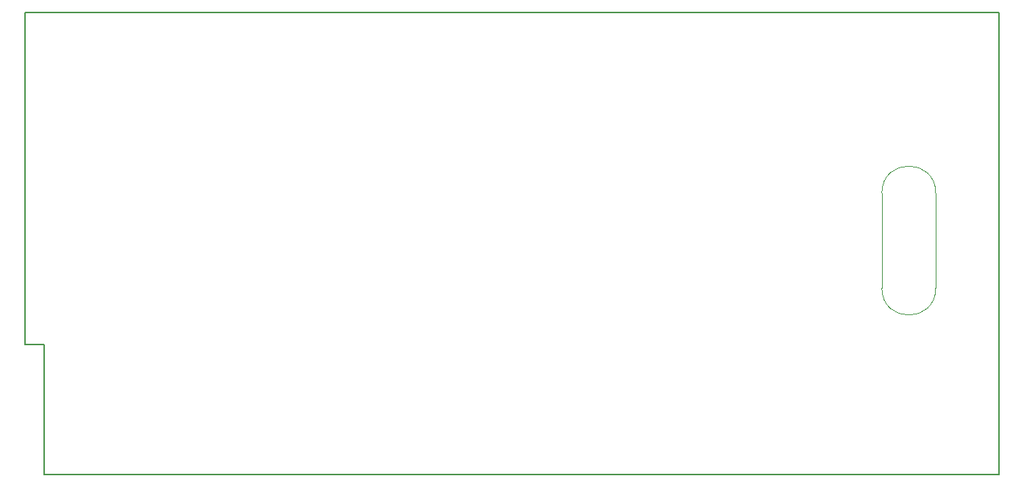
<source format=gbr>
%TF.GenerationSoftware,KiCad,Pcbnew,5.1.9+dfsg1-1*%
%TF.CreationDate,2021-05-17T19:44:08-07:00*%
%TF.ProjectId,Flight_Comp,466c6967-6874-45f4-936f-6d702e6b6963,rev?*%
%TF.SameCoordinates,Original*%
%TF.FileFunction,Profile,NP*%
%FSLAX46Y46*%
G04 Gerber Fmt 4.6, Leading zero omitted, Abs format (unit mm)*
G04 Created by KiCad (PCBNEW 5.1.9+dfsg1-1) date 2021-05-17 19:44:08*
%MOMM*%
%LPD*%
G01*
G04 APERTURE LIST*
%TA.AperFunction,Profile*%
%ADD10C,0.120000*%
%TD*%
%TA.AperFunction,Profile*%
%ADD11C,0.200000*%
%TD*%
G04 APERTURE END LIST*
D10*
X204343000Y-106629200D02*
G75*
G03*
X210540600Y-106629200I3098800J0D01*
G01*
X204342974Y-95643700D02*
G75*
G02*
X210540626Y-95643700I3098826J0D01*
G01*
X210540600Y-106629200D02*
X210540600Y-95643700D01*
X204343000Y-106629200D02*
X204343000Y-95643700D01*
D11*
X217830400Y-128104900D02*
X107924600Y-128104900D01*
X107924600Y-113080800D02*
X107924600Y-128104900D01*
X105752900Y-113080800D02*
X107924600Y-113080800D01*
X217830400Y-74815700D02*
X217830400Y-128104900D01*
X105752900Y-74815700D02*
X217830400Y-74815700D01*
X105752900Y-113080800D02*
X105752900Y-74815700D01*
M02*

</source>
